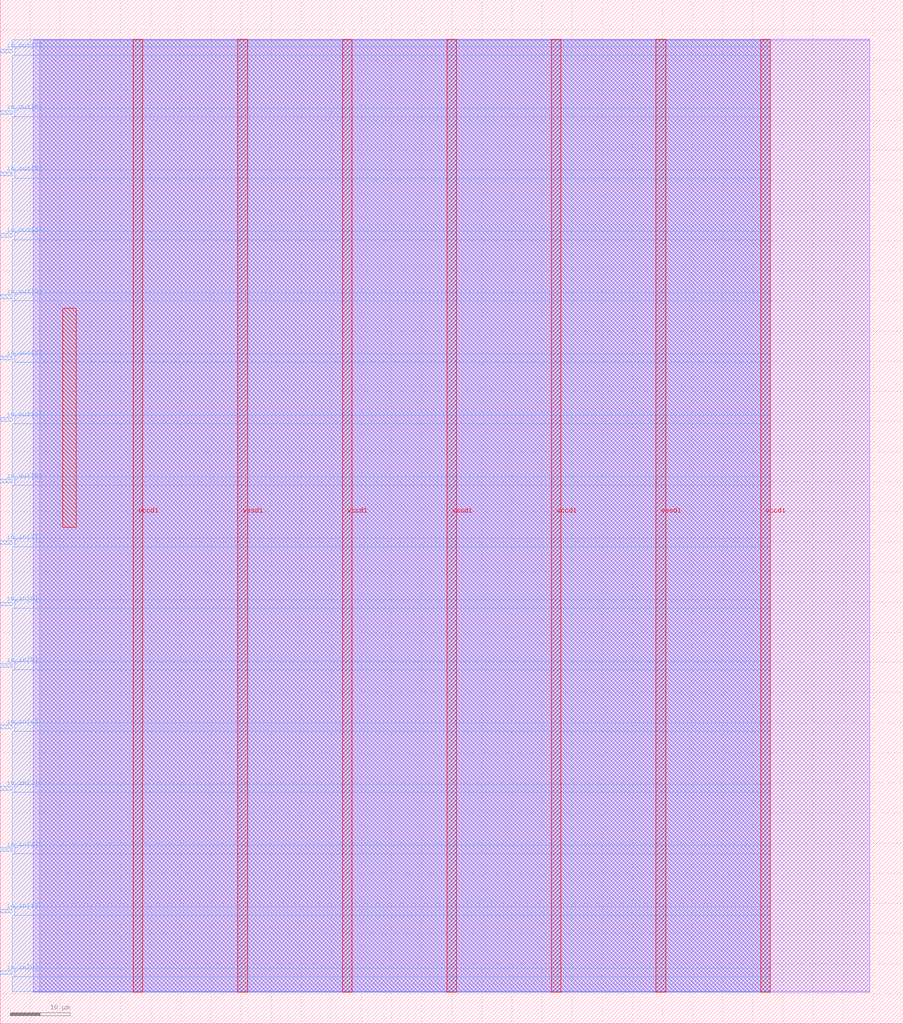
<source format=lef>
VERSION 5.7 ;
  NOWIREEXTENSIONATPIN ON ;
  DIVIDERCHAR "/" ;
  BUSBITCHARS "[]" ;
MACRO user_module_341277789473735250
  CLASS BLOCK ;
  FOREIGN user_module_341277789473735250 ;
  ORIGIN 0.000 0.000 ;
  SIZE 150.000 BY 170.000 ;
  PIN io_in[0]
    DIRECTION INPUT ;
    USE SIGNAL ;
    PORT
      LAYER met3 ;
        RECT 0.000 8.200 2.000 8.800 ;
    END
  END io_in[0]
  PIN io_in[1]
    DIRECTION INPUT ;
    USE SIGNAL ;
    PORT
      LAYER met3 ;
        RECT 0.000 18.400 2.000 19.000 ;
    END
  END io_in[1]
  PIN io_in[2]
    DIRECTION INPUT ;
    USE SIGNAL ;
    PORT
      LAYER met3 ;
        RECT 0.000 28.600 2.000 29.200 ;
    END
  END io_in[2]
  PIN io_in[3]
    DIRECTION INPUT ;
    USE SIGNAL ;
    PORT
      LAYER met3 ;
        RECT 0.000 38.800 2.000 39.400 ;
    END
  END io_in[3]
  PIN io_in[4]
    DIRECTION INPUT ;
    USE SIGNAL ;
    PORT
      LAYER met3 ;
        RECT 0.000 49.000 2.000 49.600 ;
    END
  END io_in[4]
  PIN io_in[5]
    DIRECTION INPUT ;
    USE SIGNAL ;
    PORT
      LAYER met3 ;
        RECT 0.000 59.200 2.000 59.800 ;
    END
  END io_in[5]
  PIN io_in[6]
    DIRECTION INPUT ;
    USE SIGNAL ;
    PORT
      LAYER met3 ;
        RECT 0.000 69.400 2.000 70.000 ;
    END
  END io_in[6]
  PIN io_in[7]
    DIRECTION INPUT ;
    USE SIGNAL ;
    PORT
      LAYER met3 ;
        RECT 0.000 79.600 2.000 80.200 ;
    END
  END io_in[7]
  PIN io_out[0]
    DIRECTION OUTPUT TRISTATE ;
    USE SIGNAL ;
    PORT
      LAYER met3 ;
        RECT 0.000 89.800 2.000 90.400 ;
    END
  END io_out[0]
  PIN io_out[1]
    DIRECTION OUTPUT TRISTATE ;
    USE SIGNAL ;
    PORT
      LAYER met3 ;
        RECT 0.000 100.000 2.000 100.600 ;
    END
  END io_out[1]
  PIN io_out[2]
    DIRECTION OUTPUT TRISTATE ;
    USE SIGNAL ;
    PORT
      LAYER met3 ;
        RECT 0.000 110.200 2.000 110.800 ;
    END
  END io_out[2]
  PIN io_out[3]
    DIRECTION OUTPUT TRISTATE ;
    USE SIGNAL ;
    PORT
      LAYER met3 ;
        RECT 0.000 120.400 2.000 121.000 ;
    END
  END io_out[3]
  PIN io_out[4]
    DIRECTION OUTPUT TRISTATE ;
    USE SIGNAL ;
    PORT
      LAYER met3 ;
        RECT 0.000 130.600 2.000 131.200 ;
    END
  END io_out[4]
  PIN io_out[5]
    DIRECTION OUTPUT TRISTATE ;
    USE SIGNAL ;
    PORT
      LAYER met3 ;
        RECT 0.000 140.800 2.000 141.400 ;
    END
  END io_out[5]
  PIN io_out[6]
    DIRECTION OUTPUT TRISTATE ;
    USE SIGNAL ;
    PORT
      LAYER met3 ;
        RECT 0.000 151.000 2.000 151.600 ;
    END
  END io_out[6]
  PIN io_out[7]
    DIRECTION OUTPUT TRISTATE ;
    USE SIGNAL ;
    PORT
      LAYER met3 ;
        RECT 0.000 161.200 2.000 161.800 ;
    END
  END io_out[7]
  PIN vccd1
    DIRECTION INOUT ;
    USE POWER ;
    PORT
      LAYER met4 ;
        RECT 22.090 5.200 23.690 163.440 ;
    END
    PORT
      LAYER met4 ;
        RECT 56.830 5.200 58.430 163.440 ;
    END
    PORT
      LAYER met4 ;
        RECT 91.570 5.200 93.170 163.440 ;
    END
    PORT
      LAYER met4 ;
        RECT 126.310 5.200 127.910 163.440 ;
    END
  END vccd1
  PIN vssd1
    DIRECTION INOUT ;
    USE GROUND ;
    PORT
      LAYER met4 ;
        RECT 39.460 5.200 41.060 163.440 ;
    END
    PORT
      LAYER met4 ;
        RECT 74.200 5.200 75.800 163.440 ;
    END
    PORT
      LAYER met4 ;
        RECT 108.940 5.200 110.540 163.440 ;
    END
  END vssd1
  OBS
      LAYER li1 ;
        RECT 5.520 5.355 144.440 163.285 ;
      LAYER met1 ;
        RECT 5.520 5.200 144.440 163.440 ;
      LAYER met2 ;
        RECT 6.540 5.255 127.880 163.385 ;
      LAYER met3 ;
        RECT 2.000 162.200 127.900 163.365 ;
        RECT 2.400 160.800 127.900 162.200 ;
        RECT 2.000 152.000 127.900 160.800 ;
        RECT 2.400 150.600 127.900 152.000 ;
        RECT 2.000 141.800 127.900 150.600 ;
        RECT 2.400 140.400 127.900 141.800 ;
        RECT 2.000 131.600 127.900 140.400 ;
        RECT 2.400 130.200 127.900 131.600 ;
        RECT 2.000 121.400 127.900 130.200 ;
        RECT 2.400 120.000 127.900 121.400 ;
        RECT 2.000 111.200 127.900 120.000 ;
        RECT 2.400 109.800 127.900 111.200 ;
        RECT 2.000 101.000 127.900 109.800 ;
        RECT 2.400 99.600 127.900 101.000 ;
        RECT 2.000 90.800 127.900 99.600 ;
        RECT 2.400 89.400 127.900 90.800 ;
        RECT 2.000 80.600 127.900 89.400 ;
        RECT 2.400 79.200 127.900 80.600 ;
        RECT 2.000 70.400 127.900 79.200 ;
        RECT 2.400 69.000 127.900 70.400 ;
        RECT 2.000 60.200 127.900 69.000 ;
        RECT 2.400 58.800 127.900 60.200 ;
        RECT 2.000 50.000 127.900 58.800 ;
        RECT 2.400 48.600 127.900 50.000 ;
        RECT 2.000 39.800 127.900 48.600 ;
        RECT 2.400 38.400 127.900 39.800 ;
        RECT 2.000 29.600 127.900 38.400 ;
        RECT 2.400 28.200 127.900 29.600 ;
        RECT 2.000 19.400 127.900 28.200 ;
        RECT 2.400 18.000 127.900 19.400 ;
        RECT 2.000 9.200 127.900 18.000 ;
        RECT 2.400 7.800 127.900 9.200 ;
        RECT 2.000 5.275 127.900 7.800 ;
      LAYER met4 ;
        RECT 10.415 82.455 12.585 118.825 ;
  END
END user_module_341277789473735250
END LIBRARY


</source>
